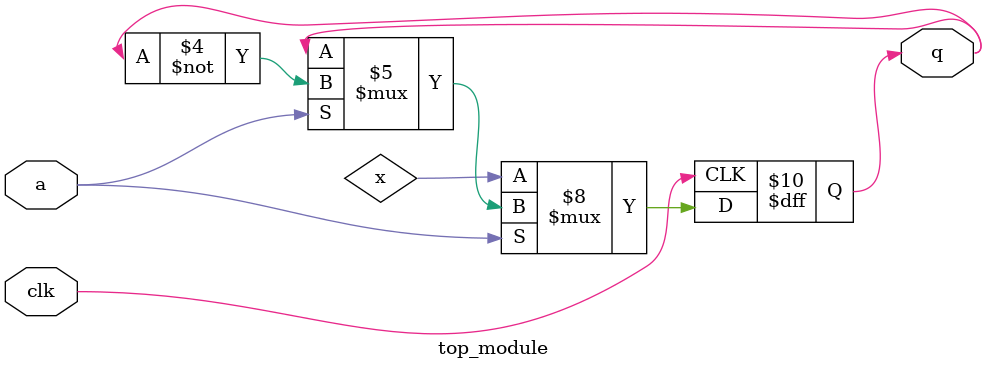
<source format=sv>
module top_module (
	input clk,
	input a, 
	output reg q
);

always @(posedge clk) begin
    if (a == 0)
        q <= x;
    else if (a == 1)
        q <= ~q;
end

endmodule

</source>
